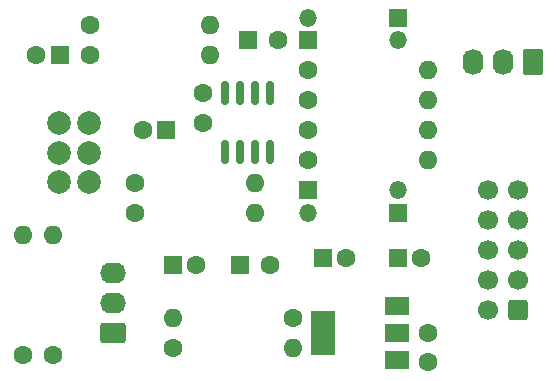
<source format=gbr>
%TF.GenerationSoftware,KiCad,Pcbnew,(6.0.5)*%
%TF.CreationDate,2022-05-29T11:26:36-04:00*%
%TF.ProjectId,headphone_amp,68656164-7068-46f6-9e65-5f616d702e6b,rev?*%
%TF.SameCoordinates,Original*%
%TF.FileFunction,Soldermask,Top*%
%TF.FilePolarity,Negative*%
%FSLAX46Y46*%
G04 Gerber Fmt 4.6, Leading zero omitted, Abs format (unit mm)*
G04 Created by KiCad (PCBNEW (6.0.5)) date 2022-05-29 11:26:36*
%MOMM*%
%LPD*%
G01*
G04 APERTURE LIST*
G04 Aperture macros list*
%AMRoundRect*
0 Rectangle with rounded corners*
0 $1 Rounding radius*
0 $2 $3 $4 $5 $6 $7 $8 $9 X,Y pos of 4 corners*
0 Add a 4 corners polygon primitive as box body*
4,1,4,$2,$3,$4,$5,$6,$7,$8,$9,$2,$3,0*
0 Add four circle primitives for the rounded corners*
1,1,$1+$1,$2,$3*
1,1,$1+$1,$4,$5*
1,1,$1+$1,$6,$7*
1,1,$1+$1,$8,$9*
0 Add four rect primitives between the rounded corners*
20,1,$1+$1,$2,$3,$4,$5,0*
20,1,$1+$1,$4,$5,$6,$7,0*
20,1,$1+$1,$6,$7,$8,$9,0*
20,1,$1+$1,$8,$9,$2,$3,0*%
G04 Aperture macros list end*
%ADD10C,1.600000*%
%ADD11O,1.600000X1.600000*%
%ADD12R,1.500000X1.500000*%
%ADD13O,1.500000X1.500000*%
%ADD14R,1.600000X1.600000*%
%ADD15C,2.000000*%
%ADD16RoundRect,0.250000X0.600000X0.600000X-0.600000X0.600000X-0.600000X-0.600000X0.600000X-0.600000X0*%
%ADD17C,1.700000*%
%ADD18R,2.000000X1.500000*%
%ADD19R,2.000000X3.800000*%
%ADD20RoundRect,0.150000X0.150000X-0.825000X0.150000X0.825000X-0.150000X0.825000X-0.150000X-0.825000X0*%
%ADD21O,1.740000X2.190000*%
%ADD22RoundRect,0.250000X0.620000X0.845000X-0.620000X0.845000X-0.620000X-0.845000X0.620000X-0.845000X0*%
%ADD23RoundRect,0.250000X0.845000X-0.620000X0.845000X0.620000X-0.845000X0.620000X-0.845000X-0.620000X0*%
%ADD24O,2.190000X1.740000*%
G04 APERTURE END LIST*
D10*
%TO.C,R7*%
X149225000Y-96520000D03*
D11*
X159385000Y-96520000D03*
%TD*%
D12*
%TO.C,D5*%
X149220000Y-86360000D03*
D13*
X156840000Y-86360000D03*
%TD*%
D10*
%TO.C,C2*%
X159385000Y-113645000D03*
X159385000Y-111145000D03*
%TD*%
%TO.C,R12*%
X125095000Y-113030000D03*
D11*
X125095000Y-102870000D03*
%TD*%
D10*
%TO.C,R3*%
X134620000Y-98425000D03*
D11*
X144780000Y-98425000D03*
%TD*%
D10*
%TO.C,C5*%
X140335000Y-90845000D03*
X140335000Y-93345000D03*
%TD*%
D14*
%TO.C,C7*%
X128230000Y-87630000D03*
D10*
X126230000Y-87630000D03*
%TD*%
D14*
%TO.C,C9*%
X144185000Y-86360000D03*
D10*
X146685000Y-86360000D03*
%TD*%
%TO.C,R2*%
X137795000Y-112395000D03*
D11*
X147955000Y-112395000D03*
%TD*%
D15*
%TO.C,RV1*%
X128190000Y-93385000D03*
X128190000Y-95885000D03*
X128190000Y-98385000D03*
X130690000Y-93385000D03*
X130690000Y-95885000D03*
X130690000Y-98385000D03*
%TD*%
D16*
%TO.C,J1*%
X167005000Y-109220000D03*
D17*
X164465000Y-109220000D03*
X167005000Y-106680000D03*
X164465000Y-106680000D03*
X167005000Y-104140000D03*
X164465000Y-104140000D03*
X167005000Y-101600000D03*
X164465000Y-101600000D03*
X167005000Y-99060000D03*
X164465000Y-99060000D03*
%TD*%
D10*
%TO.C,R11*%
X127635000Y-113030000D03*
D11*
X127635000Y-102870000D03*
%TD*%
D14*
%TO.C,C6*%
X137255000Y-93980000D03*
D10*
X135255000Y-93980000D03*
%TD*%
D18*
%TO.C,U1*%
X156820000Y-113425000D03*
D19*
X150520000Y-111125000D03*
D18*
X156820000Y-111125000D03*
X156820000Y-108825000D03*
%TD*%
D20*
%TO.C,U2*%
X142240000Y-95820000D03*
X143510000Y-95820000D03*
X144780000Y-95820000D03*
X146050000Y-95820000D03*
X146050000Y-90870000D03*
X144780000Y-90870000D03*
X143510000Y-90870000D03*
X142240000Y-90870000D03*
%TD*%
D12*
%TO.C,D2*%
X156845000Y-100965000D03*
D13*
X149225000Y-100965000D03*
%TD*%
D10*
%TO.C,R9*%
X149225000Y-93980000D03*
D11*
X159385000Y-93980000D03*
%TD*%
D10*
%TO.C,R10*%
X149225000Y-91440000D03*
D11*
X159385000Y-91440000D03*
%TD*%
D14*
%TO.C,C8*%
X143510000Y-105410000D03*
D10*
X146010000Y-105410000D03*
%TD*%
%TO.C,R6*%
X130810000Y-87630000D03*
D11*
X140970000Y-87630000D03*
%TD*%
D21*
%TO.C,J3*%
X165735000Y-88245000D03*
X163195000Y-88245000D03*
D22*
X168275000Y-88245000D03*
%TD*%
D12*
%TO.C,D3*%
X149225000Y-99060000D03*
D13*
X156845000Y-99060000D03*
%TD*%
D12*
%TO.C,D4*%
X156845000Y-84455000D03*
D13*
X149225000Y-84455000D03*
%TD*%
D10*
%TO.C,R5*%
X134620000Y-100965000D03*
D11*
X144780000Y-100965000D03*
%TD*%
D10*
%TO.C,R4*%
X130810000Y-85090000D03*
D11*
X140970000Y-85090000D03*
%TD*%
D14*
%TO.C,C4*%
X137795000Y-105410000D03*
D10*
X139795000Y-105410000D03*
%TD*%
D14*
%TO.C,C3*%
X150495000Y-104775000D03*
D10*
X152495000Y-104775000D03*
%TD*%
D23*
%TO.C,J2*%
X132735000Y-111125000D03*
D24*
X132735000Y-108585000D03*
X132735000Y-106045000D03*
%TD*%
D14*
%TO.C,C1*%
X156845000Y-104775000D03*
D10*
X158845000Y-104775000D03*
%TD*%
%TO.C,R1*%
X147955000Y-109855000D03*
D11*
X137795000Y-109855000D03*
%TD*%
D10*
%TO.C,R8*%
X149225000Y-88900000D03*
D11*
X159385000Y-88900000D03*
%TD*%
M02*

</source>
